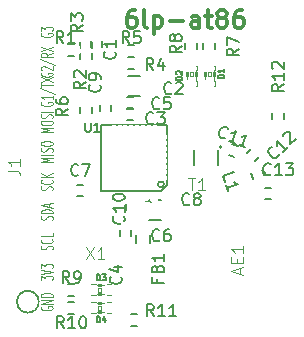
<source format=gbr>
%FSLAX46Y46*%
G04 Gerber Fmt 4.6, Leading zero omitted, Abs format (unit mm)*
G04 Created by KiCad (PCBNEW (2014-08-29 BZR 5106)-product) date Mon 20 Oct 2014 02:43:02 PM PDT*
%MOMM*%
G01*
G04 APERTURE LIST*
%ADD10C,0.100000*%
%ADD11C,0.300000*%
%ADD12C,0.150000*%
%ADD13C,0.066040*%
%ADD14C,0.101600*%
%ADD15C,0.127000*%
%ADD16C,0.152400*%
%ADD17R,0.552400X0.752400*%
%ADD18R,0.949960X0.949960*%
%ADD19R,2.252400X1.402400*%
%ADD20R,0.752400X0.652400*%
%ADD21R,0.752400X0.552400*%
%ADD22R,0.502400X1.152400*%
%ADD23R,0.652400X0.752400*%
%ADD24R,1.152400X1.402400*%
%ADD25R,0.902400X0.952400*%
%ADD26R,0.751840X0.401320*%
%ADD27R,0.401320X0.751840*%
%ADD28R,3.451860X3.451860*%
%ADD29R,1.302400X1.552400*%
%ADD30C,1.676400*%
G04 APERTURE END LIST*
D10*
D11*
X137990001Y-99762571D02*
X137704287Y-99762571D01*
X137561430Y-99834000D01*
X137490001Y-99905429D01*
X137347144Y-100119714D01*
X137275715Y-100405429D01*
X137275715Y-100976857D01*
X137347144Y-101119714D01*
X137418572Y-101191143D01*
X137561430Y-101262571D01*
X137847144Y-101262571D01*
X137990001Y-101191143D01*
X138061430Y-101119714D01*
X138132858Y-100976857D01*
X138132858Y-100619714D01*
X138061430Y-100476857D01*
X137990001Y-100405429D01*
X137847144Y-100334000D01*
X137561430Y-100334000D01*
X137418572Y-100405429D01*
X137347144Y-100476857D01*
X137275715Y-100619714D01*
X138990001Y-101262571D02*
X138847143Y-101191143D01*
X138775715Y-101048286D01*
X138775715Y-99762571D01*
X139561429Y-100262571D02*
X139561429Y-101762571D01*
X139561429Y-100334000D02*
X139704286Y-100262571D01*
X139990000Y-100262571D01*
X140132857Y-100334000D01*
X140204286Y-100405429D01*
X140275715Y-100548286D01*
X140275715Y-100976857D01*
X140204286Y-101119714D01*
X140132857Y-101191143D01*
X139990000Y-101262571D01*
X139704286Y-101262571D01*
X139561429Y-101191143D01*
X140918572Y-100691143D02*
X142061429Y-100691143D01*
X143418572Y-101262571D02*
X143418572Y-100476857D01*
X143347143Y-100334000D01*
X143204286Y-100262571D01*
X142918572Y-100262571D01*
X142775715Y-100334000D01*
X143418572Y-101191143D02*
X143275715Y-101262571D01*
X142918572Y-101262571D01*
X142775715Y-101191143D01*
X142704286Y-101048286D01*
X142704286Y-100905429D01*
X142775715Y-100762571D01*
X142918572Y-100691143D01*
X143275715Y-100691143D01*
X143418572Y-100619714D01*
X143918572Y-100262571D02*
X144490001Y-100262571D01*
X144132858Y-99762571D02*
X144132858Y-101048286D01*
X144204286Y-101191143D01*
X144347144Y-101262571D01*
X144490001Y-101262571D01*
X145204287Y-100405429D02*
X145061429Y-100334000D01*
X144990001Y-100262571D01*
X144918572Y-100119714D01*
X144918572Y-100048286D01*
X144990001Y-99905429D01*
X145061429Y-99834000D01*
X145204287Y-99762571D01*
X145490001Y-99762571D01*
X145632858Y-99834000D01*
X145704287Y-99905429D01*
X145775715Y-100048286D01*
X145775715Y-100119714D01*
X145704287Y-100262571D01*
X145632858Y-100334000D01*
X145490001Y-100405429D01*
X145204287Y-100405429D01*
X145061429Y-100476857D01*
X144990001Y-100548286D01*
X144918572Y-100691143D01*
X144918572Y-100976857D01*
X144990001Y-101119714D01*
X145061429Y-101191143D01*
X145204287Y-101262571D01*
X145490001Y-101262571D01*
X145632858Y-101191143D01*
X145704287Y-101119714D01*
X145775715Y-100976857D01*
X145775715Y-100691143D01*
X145704287Y-100548286D01*
X145632858Y-100476857D01*
X145490001Y-100405429D01*
X147061429Y-99762571D02*
X146775715Y-99762571D01*
X146632858Y-99834000D01*
X146561429Y-99905429D01*
X146418572Y-100119714D01*
X146347143Y-100405429D01*
X146347143Y-100976857D01*
X146418572Y-101119714D01*
X146490000Y-101191143D01*
X146632858Y-101262571D01*
X146918572Y-101262571D01*
X147061429Y-101191143D01*
X147132858Y-101119714D01*
X147204286Y-100976857D01*
X147204286Y-100619714D01*
X147132858Y-100476857D01*
X147061429Y-100405429D01*
X146918572Y-100334000D01*
X146632858Y-100334000D01*
X146490000Y-100405429D01*
X146418572Y-100476857D01*
X146347143Y-100619714D01*
D12*
X137418000Y-103776000D02*
X137918000Y-103776000D01*
X137918000Y-102726000D02*
X137418000Y-102726000D01*
D13*
X143820932Y-104872386D02*
X144720092Y-104872386D01*
X144720092Y-104872386D02*
X144720092Y-104473606D01*
X143820932Y-104473606D02*
X144720092Y-104473606D01*
X143820932Y-104872386D02*
X143820932Y-104473606D01*
X143820932Y-106170326D02*
X144720092Y-106170326D01*
X144720092Y-106170326D02*
X144720092Y-105771546D01*
X143820932Y-105771546D02*
X144720092Y-105771546D01*
X143820932Y-106170326D02*
X143820932Y-105771546D01*
X143820932Y-105321966D02*
X143970792Y-105321966D01*
X143970792Y-105321966D02*
X143970792Y-105022246D01*
X143820932Y-105022246D02*
X143970792Y-105022246D01*
X143820932Y-105321966D02*
X143820932Y-105022246D01*
X144570232Y-105321966D02*
X144720092Y-105321966D01*
X144720092Y-105321966D02*
X144720092Y-105022246D01*
X144570232Y-105022246D02*
X144720092Y-105022246D01*
X144570232Y-105321966D02*
X144570232Y-105022246D01*
X144120652Y-105321966D02*
X144420372Y-105321966D01*
X144420372Y-105321966D02*
X144420372Y-105022246D01*
X144120652Y-105022246D02*
X144420372Y-105022246D01*
X144120652Y-105321966D02*
X144120652Y-105022246D01*
D14*
X143871732Y-104872386D02*
X143871732Y-105771546D01*
X144669292Y-104872386D02*
X144669292Y-105771546D01*
D12*
X146701383Y-111272151D02*
X146231536Y-111101141D01*
X145906617Y-111993849D02*
X146376464Y-112164859D01*
X147795901Y-111501348D02*
X147442348Y-111854901D01*
X148114099Y-112526652D02*
X148467652Y-112173099D01*
X149475000Y-114841000D02*
X148975000Y-114841000D01*
X148975000Y-115791000D02*
X149475000Y-115791000D01*
D13*
X142296932Y-104872386D02*
X143196092Y-104872386D01*
X143196092Y-104872386D02*
X143196092Y-104473606D01*
X142296932Y-104473606D02*
X143196092Y-104473606D01*
X142296932Y-104872386D02*
X142296932Y-104473606D01*
X142296932Y-106170326D02*
X143196092Y-106170326D01*
X143196092Y-106170326D02*
X143196092Y-105771546D01*
X142296932Y-105771546D02*
X143196092Y-105771546D01*
X142296932Y-106170326D02*
X142296932Y-105771546D01*
X142296932Y-105321966D02*
X142446792Y-105321966D01*
X142446792Y-105321966D02*
X142446792Y-105022246D01*
X142296932Y-105022246D02*
X142446792Y-105022246D01*
X142296932Y-105321966D02*
X142296932Y-105022246D01*
X143046232Y-105321966D02*
X143196092Y-105321966D01*
X143196092Y-105321966D02*
X143196092Y-105022246D01*
X143046232Y-105022246D02*
X143196092Y-105022246D01*
X143046232Y-105321966D02*
X143046232Y-105022246D01*
X142596652Y-105321966D02*
X142896372Y-105321966D01*
X142896372Y-105321966D02*
X142896372Y-105022246D01*
X142596652Y-105022246D02*
X142896372Y-105022246D01*
X142596652Y-105321966D02*
X142596652Y-105022246D01*
D14*
X142347732Y-104872386D02*
X142347732Y-105771546D01*
X143145292Y-104872386D02*
X143145292Y-105771546D01*
D13*
X134678420Y-123893580D02*
X134678420Y-122994420D01*
X134678420Y-122994420D02*
X134279640Y-122994420D01*
X134279640Y-123893580D02*
X134279640Y-122994420D01*
X134678420Y-123893580D02*
X134279640Y-123893580D01*
X135976360Y-123893580D02*
X135976360Y-122994420D01*
X135976360Y-122994420D02*
X135577580Y-122994420D01*
X135577580Y-123893580D02*
X135577580Y-122994420D01*
X135976360Y-123893580D02*
X135577580Y-123893580D01*
X135128000Y-123893580D02*
X135128000Y-123743720D01*
X135128000Y-123743720D02*
X134828280Y-123743720D01*
X134828280Y-123893580D02*
X134828280Y-123743720D01*
X135128000Y-123893580D02*
X134828280Y-123893580D01*
X135128000Y-123144280D02*
X135128000Y-122994420D01*
X135128000Y-122994420D02*
X134828280Y-122994420D01*
X134828280Y-123144280D02*
X134828280Y-122994420D01*
X135128000Y-123144280D02*
X134828280Y-123144280D01*
X135128000Y-123593860D02*
X135128000Y-123294140D01*
X135128000Y-123294140D02*
X134828280Y-123294140D01*
X134828280Y-123593860D02*
X134828280Y-123294140D01*
X135128000Y-123593860D02*
X134828280Y-123593860D01*
D14*
X134678420Y-123842780D02*
X135577580Y-123842780D01*
X134678420Y-123045220D02*
X135577580Y-123045220D01*
D13*
X134678420Y-125417580D02*
X134678420Y-124518420D01*
X134678420Y-124518420D02*
X134279640Y-124518420D01*
X134279640Y-125417580D02*
X134279640Y-124518420D01*
X134678420Y-125417580D02*
X134279640Y-125417580D01*
X135976360Y-125417580D02*
X135976360Y-124518420D01*
X135976360Y-124518420D02*
X135577580Y-124518420D01*
X135577580Y-125417580D02*
X135577580Y-124518420D01*
X135976360Y-125417580D02*
X135577580Y-125417580D01*
X135128000Y-125417580D02*
X135128000Y-125267720D01*
X135128000Y-125267720D02*
X134828280Y-125267720D01*
X134828280Y-125417580D02*
X134828280Y-125267720D01*
X135128000Y-125417580D02*
X134828280Y-125417580D01*
X135128000Y-124668280D02*
X135128000Y-124518420D01*
X135128000Y-124518420D02*
X134828280Y-124518420D01*
X134828280Y-124668280D02*
X134828280Y-124518420D01*
X135128000Y-124668280D02*
X134828280Y-124668280D01*
X135128000Y-125117860D02*
X135128000Y-124818140D01*
X135128000Y-124818140D02*
X134828280Y-124818140D01*
X134828280Y-125117860D02*
X134828280Y-124818140D01*
X135128000Y-125117860D02*
X134828280Y-125117860D01*
D14*
X134678420Y-125366780D02*
X135577580Y-125366780D01*
X134678420Y-124569220D02*
X135577580Y-124569220D01*
D12*
X147804141Y-113592536D02*
X147975151Y-114062383D01*
X148867859Y-113737464D02*
X148696849Y-113267617D01*
X143745512Y-102531966D02*
X143745512Y-103031966D01*
X144795512Y-103031966D02*
X144795512Y-102531966D01*
X142221512Y-102531966D02*
X142221512Y-103031966D01*
X143271512Y-103031966D02*
X143271512Y-102531966D01*
X132338000Y-123969000D02*
X132838000Y-123969000D01*
X132838000Y-122919000D02*
X132338000Y-122919000D01*
X132338000Y-125493000D02*
X132838000Y-125493000D01*
X132838000Y-124443000D02*
X132338000Y-124443000D01*
X145318000Y-111368000D02*
G75*
G03X145318000Y-111368000I-100000J0D01*
G74*
G01*
X143018000Y-111618000D02*
X143018000Y-112918000D01*
X145018000Y-111618000D02*
X145018000Y-112918000D01*
X134272000Y-102366000D02*
X134272000Y-102866000D01*
X135222000Y-102866000D02*
X135222000Y-102366000D01*
X138422000Y-105322000D02*
X137422000Y-105322000D01*
X137422000Y-107022000D02*
X138422000Y-107022000D01*
X137791000Y-108110000D02*
X137291000Y-108110000D01*
X137291000Y-109060000D02*
X137791000Y-109060000D01*
X136685000Y-118368000D02*
X136685000Y-118868000D01*
X137635000Y-118868000D02*
X137635000Y-118368000D01*
X137791000Y-107094000D02*
X137291000Y-107094000D01*
X137291000Y-108044000D02*
X137791000Y-108044000D01*
X140200000Y-115863000D02*
X139200000Y-115863000D01*
X139200000Y-117563000D02*
X140200000Y-117563000D01*
X133600000Y-114587000D02*
X133100000Y-114587000D01*
X133100000Y-115537000D02*
X133600000Y-115537000D01*
X139315000Y-115095000D02*
X138815000Y-115095000D01*
X138815000Y-116045000D02*
X139315000Y-116045000D01*
X135034000Y-107827000D02*
X135034000Y-108327000D01*
X135984000Y-108327000D02*
X135984000Y-107827000D01*
X138143000Y-116709000D02*
X138143000Y-116209000D01*
X137193000Y-116209000D02*
X137193000Y-116709000D01*
X138084000Y-119476000D02*
X138084000Y-118776000D01*
X139284000Y-118776000D02*
X139284000Y-119476000D01*
X132838000Y-102599000D02*
X132338000Y-102599000D01*
X132338000Y-103649000D02*
X132838000Y-103649000D01*
X133333000Y-103382000D02*
X133333000Y-103882000D01*
X134383000Y-103882000D02*
X134383000Y-103382000D01*
X133333000Y-102493000D02*
X133333000Y-102993000D01*
X134383000Y-102993000D02*
X134383000Y-102493000D01*
X137418000Y-104792000D02*
X137918000Y-104792000D01*
X137918000Y-103742000D02*
X137418000Y-103742000D01*
X133333000Y-107954000D02*
X133333000Y-108454000D01*
X134383000Y-108454000D02*
X134383000Y-107954000D01*
D15*
X135128000Y-109474000D02*
X140716000Y-109474000D01*
X140716000Y-109474000D02*
X140716000Y-109601000D01*
X140208000Y-115062000D02*
X135128000Y-115062000D01*
X135128000Y-115062000D02*
X135128000Y-109474000D01*
X140716000Y-109601000D02*
X140716000Y-114554000D01*
X140716000Y-114554000D02*
X140208000Y-115062000D01*
D16*
X140426440Y-114520980D02*
G75*
G03X140426440Y-114520980I-251460J0D01*
G74*
G01*
D12*
X138172000Y-125459000D02*
X137672000Y-125459000D01*
X137672000Y-126509000D02*
X138172000Y-126509000D01*
X150639000Y-108962000D02*
X150639000Y-108462000D01*
X149589000Y-108462000D02*
X149589000Y-108962000D01*
X129820810Y-124460000D02*
G75*
G03X129820810Y-124460000I-915810J0D01*
G74*
G01*
X137501334Y-102560381D02*
X137168000Y-102084190D01*
X136929905Y-102560381D02*
X136929905Y-101560381D01*
X137310858Y-101560381D01*
X137406096Y-101608000D01*
X137453715Y-101655619D01*
X137501334Y-101750857D01*
X137501334Y-101893714D01*
X137453715Y-101988952D01*
X137406096Y-102036571D01*
X137310858Y-102084190D01*
X136929905Y-102084190D01*
X138406096Y-101560381D02*
X137929905Y-101560381D01*
X137882286Y-102036571D01*
X137929905Y-101988952D01*
X138025143Y-101941333D01*
X138263239Y-101941333D01*
X138358477Y-101988952D01*
X138406096Y-102036571D01*
X138453715Y-102131810D01*
X138453715Y-102369905D01*
X138406096Y-102465143D01*
X138358477Y-102512762D01*
X138263239Y-102560381D01*
X138025143Y-102560381D01*
X137929905Y-102512762D01*
X137882286Y-102465143D01*
D15*
X145517810Y-105530953D02*
X145009810Y-105530953D01*
X145009810Y-105410000D01*
X145034000Y-105337429D01*
X145082381Y-105289048D01*
X145130762Y-105264857D01*
X145227524Y-105240667D01*
X145300095Y-105240667D01*
X145396857Y-105264857D01*
X145445238Y-105289048D01*
X145493619Y-105337429D01*
X145517810Y-105410000D01*
X145517810Y-105530953D01*
X145517810Y-104756857D02*
X145517810Y-105047143D01*
X145517810Y-104902000D02*
X145009810Y-104902000D01*
X145082381Y-104950381D01*
X145130762Y-104998762D01*
X145154952Y-105047143D01*
D10*
X146851667Y-122070667D02*
X146851667Y-121594476D01*
X147137381Y-122165905D02*
X146137381Y-121832572D01*
X147137381Y-121499238D01*
X146613571Y-121165905D02*
X146613571Y-120832571D01*
X147137381Y-120689714D02*
X147137381Y-121165905D01*
X146137381Y-121165905D01*
X146137381Y-120689714D01*
X147137381Y-119737333D02*
X147137381Y-120308762D01*
X147137381Y-120023048D02*
X146137381Y-120023048D01*
X146280238Y-120118286D01*
X146375476Y-120213524D01*
X146423095Y-120308762D01*
D12*
X145577762Y-110605735D02*
X145516728Y-110634195D01*
X145366200Y-110630082D01*
X145276705Y-110597509D01*
X145158749Y-110503902D01*
X145101828Y-110381834D01*
X145089654Y-110276053D01*
X145110054Y-110080777D01*
X145158914Y-109946535D01*
X145268808Y-109783832D01*
X145346128Y-109710625D01*
X145468196Y-109653703D01*
X145618725Y-109657816D01*
X145708220Y-109690390D01*
X145826175Y-109783997D01*
X145854635Y-109845031D01*
X146440134Y-111020963D02*
X145903166Y-110825522D01*
X146171650Y-110923242D02*
X146513670Y-109983550D01*
X146375315Y-110085218D01*
X146253248Y-110142139D01*
X146147467Y-110154313D01*
X147335079Y-111346696D02*
X146798112Y-111151256D01*
X147066595Y-111248976D02*
X147408615Y-110309283D01*
X147270261Y-110410951D01*
X147148193Y-110467873D01*
X147042412Y-110480047D01*
X150165970Y-111959107D02*
X150165970Y-112026450D01*
X150098626Y-112161137D01*
X150031283Y-112228481D01*
X149896595Y-112295825D01*
X149761908Y-112295825D01*
X149660893Y-112262153D01*
X149492535Y-112161138D01*
X149391519Y-112060122D01*
X149290504Y-111891763D01*
X149256832Y-111790748D01*
X149256832Y-111656061D01*
X149324176Y-111521374D01*
X149391519Y-111454030D01*
X149526206Y-111386687D01*
X149593550Y-111386687D01*
X150906748Y-111353015D02*
X150502687Y-111757076D01*
X150704717Y-111555046D02*
X149997610Y-110847939D01*
X150031282Y-111016298D01*
X150031282Y-111150985D01*
X149997610Y-111252000D01*
X150536359Y-110443878D02*
X150536359Y-110376535D01*
X150570030Y-110275519D01*
X150738390Y-110107160D01*
X150839405Y-110073488D01*
X150906748Y-110073488D01*
X151007763Y-110107160D01*
X151075107Y-110174504D01*
X151142450Y-110309190D01*
X151142450Y-111117313D01*
X151580183Y-110679580D01*
X149471143Y-113641143D02*
X149423524Y-113688762D01*
X149280667Y-113736381D01*
X149185429Y-113736381D01*
X149042571Y-113688762D01*
X148947333Y-113593524D01*
X148899714Y-113498286D01*
X148852095Y-113307810D01*
X148852095Y-113164952D01*
X148899714Y-112974476D01*
X148947333Y-112879238D01*
X149042571Y-112784000D01*
X149185429Y-112736381D01*
X149280667Y-112736381D01*
X149423524Y-112784000D01*
X149471143Y-112831619D01*
X150423524Y-113736381D02*
X149852095Y-113736381D01*
X150137809Y-113736381D02*
X150137809Y-112736381D01*
X150042571Y-112879238D01*
X149947333Y-112974476D01*
X149852095Y-113022095D01*
X150756857Y-112736381D02*
X151375905Y-112736381D01*
X151042571Y-113117333D01*
X151185429Y-113117333D01*
X151280667Y-113164952D01*
X151328286Y-113212571D01*
X151375905Y-113307810D01*
X151375905Y-113545905D01*
X151328286Y-113641143D01*
X151280667Y-113688762D01*
X151185429Y-113736381D01*
X150899714Y-113736381D01*
X150804476Y-113688762D01*
X150756857Y-113641143D01*
D15*
X141960322Y-105696919D02*
X141452322Y-105696919D01*
X141452322Y-105575966D01*
X141476512Y-105503395D01*
X141524893Y-105455014D01*
X141573274Y-105430823D01*
X141670036Y-105406633D01*
X141742607Y-105406633D01*
X141839369Y-105430823D01*
X141887750Y-105455014D01*
X141936131Y-105503395D01*
X141960322Y-105575966D01*
X141960322Y-105696919D01*
X141500702Y-105213109D02*
X141476512Y-105188919D01*
X141452322Y-105140538D01*
X141452322Y-105019585D01*
X141476512Y-104971204D01*
X141500702Y-104947014D01*
X141549083Y-104922823D01*
X141597464Y-104922823D01*
X141670036Y-104947014D01*
X141960322Y-105237300D01*
X141960322Y-104922823D01*
X134753047Y-122657810D02*
X134753047Y-122149810D01*
X134874000Y-122149810D01*
X134946571Y-122174000D01*
X134994952Y-122222381D01*
X135019143Y-122270762D01*
X135043333Y-122367524D01*
X135043333Y-122440095D01*
X135019143Y-122536857D01*
X134994952Y-122585238D01*
X134946571Y-122633619D01*
X134874000Y-122657810D01*
X134753047Y-122657810D01*
X135212666Y-122149810D02*
X135527143Y-122149810D01*
X135357809Y-122343333D01*
X135430381Y-122343333D01*
X135478762Y-122367524D01*
X135502952Y-122391714D01*
X135527143Y-122440095D01*
X135527143Y-122561048D01*
X135502952Y-122609429D01*
X135478762Y-122633619D01*
X135430381Y-122657810D01*
X135285238Y-122657810D01*
X135236857Y-122633619D01*
X135212666Y-122609429D01*
X134753047Y-126213810D02*
X134753047Y-125705810D01*
X134874000Y-125705810D01*
X134946571Y-125730000D01*
X134994952Y-125778381D01*
X135019143Y-125826762D01*
X135043333Y-125923524D01*
X135043333Y-125996095D01*
X135019143Y-126092857D01*
X134994952Y-126141238D01*
X134946571Y-126189619D01*
X134874000Y-126213810D01*
X134753047Y-126213810D01*
X135478762Y-125875143D02*
X135478762Y-126213810D01*
X135357809Y-125681619D02*
X135236857Y-126044476D01*
X135551333Y-126044476D01*
D12*
X145567898Y-114298109D02*
X145405031Y-113850635D01*
X146344723Y-113508615D01*
X145861058Y-115103560D02*
X145665618Y-114566592D01*
X145763338Y-114835075D02*
X146703030Y-114493055D01*
X146536215Y-114452421D01*
X146414148Y-114395500D01*
X146336827Y-114322292D01*
X146756381Y-103036666D02*
X146280190Y-103370000D01*
X146756381Y-103608095D02*
X145756381Y-103608095D01*
X145756381Y-103227142D01*
X145804000Y-103131904D01*
X145851619Y-103084285D01*
X145946857Y-103036666D01*
X146089714Y-103036666D01*
X146184952Y-103084285D01*
X146232571Y-103131904D01*
X146280190Y-103227142D01*
X146280190Y-103608095D01*
X145756381Y-102703333D02*
X145756381Y-102036666D01*
X146756381Y-102465238D01*
X141930381Y-102782666D02*
X141454190Y-103116000D01*
X141930381Y-103354095D02*
X140930381Y-103354095D01*
X140930381Y-102973142D01*
X140978000Y-102877904D01*
X141025619Y-102830285D01*
X141120857Y-102782666D01*
X141263714Y-102782666D01*
X141358952Y-102830285D01*
X141406571Y-102877904D01*
X141454190Y-102973142D01*
X141454190Y-103354095D01*
X141358952Y-102211238D02*
X141311333Y-102306476D01*
X141263714Y-102354095D01*
X141168476Y-102401714D01*
X141120857Y-102401714D01*
X141025619Y-102354095D01*
X140978000Y-102306476D01*
X140930381Y-102211238D01*
X140930381Y-102020761D01*
X140978000Y-101925523D01*
X141025619Y-101877904D01*
X141120857Y-101830285D01*
X141168476Y-101830285D01*
X141263714Y-101877904D01*
X141311333Y-101925523D01*
X141358952Y-102020761D01*
X141358952Y-102211238D01*
X141406571Y-102306476D01*
X141454190Y-102354095D01*
X141549429Y-102401714D01*
X141739905Y-102401714D01*
X141835143Y-102354095D01*
X141882762Y-102306476D01*
X141930381Y-102211238D01*
X141930381Y-102020761D01*
X141882762Y-101925523D01*
X141835143Y-101877904D01*
X141739905Y-101830285D01*
X141549429Y-101830285D01*
X141454190Y-101877904D01*
X141406571Y-101925523D01*
X141358952Y-102020761D01*
X132421334Y-122880381D02*
X132088000Y-122404190D01*
X131849905Y-122880381D02*
X131849905Y-121880381D01*
X132230858Y-121880381D01*
X132326096Y-121928000D01*
X132373715Y-121975619D01*
X132421334Y-122070857D01*
X132421334Y-122213714D01*
X132373715Y-122308952D01*
X132326096Y-122356571D01*
X132230858Y-122404190D01*
X131849905Y-122404190D01*
X132897524Y-122880381D02*
X133088000Y-122880381D01*
X133183239Y-122832762D01*
X133230858Y-122785143D01*
X133326096Y-122642286D01*
X133373715Y-122451810D01*
X133373715Y-122070857D01*
X133326096Y-121975619D01*
X133278477Y-121928000D01*
X133183239Y-121880381D01*
X132992762Y-121880381D01*
X132897524Y-121928000D01*
X132849905Y-121975619D01*
X132802286Y-122070857D01*
X132802286Y-122308952D01*
X132849905Y-122404190D01*
X132897524Y-122451810D01*
X132992762Y-122499429D01*
X133183239Y-122499429D01*
X133278477Y-122451810D01*
X133326096Y-122404190D01*
X133373715Y-122308952D01*
X131945143Y-126690381D02*
X131611809Y-126214190D01*
X131373714Y-126690381D02*
X131373714Y-125690381D01*
X131754667Y-125690381D01*
X131849905Y-125738000D01*
X131897524Y-125785619D01*
X131945143Y-125880857D01*
X131945143Y-126023714D01*
X131897524Y-126118952D01*
X131849905Y-126166571D01*
X131754667Y-126214190D01*
X131373714Y-126214190D01*
X132897524Y-126690381D02*
X132326095Y-126690381D01*
X132611809Y-126690381D02*
X132611809Y-125690381D01*
X132516571Y-125833238D01*
X132421333Y-125928476D01*
X132326095Y-125976095D01*
X133516571Y-125690381D02*
X133611810Y-125690381D01*
X133707048Y-125738000D01*
X133754667Y-125785619D01*
X133802286Y-125880857D01*
X133849905Y-126071333D01*
X133849905Y-126309429D01*
X133802286Y-126499905D01*
X133754667Y-126595143D01*
X133707048Y-126642762D01*
X133611810Y-126690381D01*
X133516571Y-126690381D01*
X133421333Y-126642762D01*
X133373714Y-126595143D01*
X133326095Y-126499905D01*
X133278476Y-126309429D01*
X133278476Y-126071333D01*
X133326095Y-125880857D01*
X133373714Y-125785619D01*
X133421333Y-125738000D01*
X133516571Y-125690381D01*
D10*
X142494095Y-114006381D02*
X143065524Y-114006381D01*
X142779809Y-115006381D02*
X142779809Y-114006381D01*
X143922667Y-115006381D02*
X143351238Y-115006381D01*
X143636952Y-115006381D02*
X143636952Y-114006381D01*
X143541714Y-114149238D01*
X143446476Y-114244476D01*
X143351238Y-114292095D01*
D12*
X136247143Y-103290666D02*
X136294762Y-103338285D01*
X136342381Y-103481142D01*
X136342381Y-103576380D01*
X136294762Y-103719238D01*
X136199524Y-103814476D01*
X136104286Y-103862095D01*
X135913810Y-103909714D01*
X135770952Y-103909714D01*
X135580476Y-103862095D01*
X135485238Y-103814476D01*
X135390000Y-103719238D01*
X135342381Y-103576380D01*
X135342381Y-103481142D01*
X135390000Y-103338285D01*
X135437619Y-103290666D01*
X136342381Y-102338285D02*
X136342381Y-102909714D01*
X136342381Y-102624000D02*
X135342381Y-102624000D01*
X135485238Y-102719238D01*
X135580476Y-102814476D01*
X135628095Y-102909714D01*
X141057334Y-106783143D02*
X141009715Y-106830762D01*
X140866858Y-106878381D01*
X140771620Y-106878381D01*
X140628762Y-106830762D01*
X140533524Y-106735524D01*
X140485905Y-106640286D01*
X140438286Y-106449810D01*
X140438286Y-106306952D01*
X140485905Y-106116476D01*
X140533524Y-106021238D01*
X140628762Y-105926000D01*
X140771620Y-105878381D01*
X140866858Y-105878381D01*
X141009715Y-105926000D01*
X141057334Y-105973619D01*
X141438286Y-105973619D02*
X141485905Y-105926000D01*
X141581143Y-105878381D01*
X141819239Y-105878381D01*
X141914477Y-105926000D01*
X141962096Y-105973619D01*
X142009715Y-106068857D01*
X142009715Y-106164095D01*
X141962096Y-106306952D01*
X141390667Y-106878381D01*
X142009715Y-106878381D01*
X139533334Y-109323143D02*
X139485715Y-109370762D01*
X139342858Y-109418381D01*
X139247620Y-109418381D01*
X139104762Y-109370762D01*
X139009524Y-109275524D01*
X138961905Y-109180286D01*
X138914286Y-108989810D01*
X138914286Y-108846952D01*
X138961905Y-108656476D01*
X139009524Y-108561238D01*
X139104762Y-108466000D01*
X139247620Y-108418381D01*
X139342858Y-108418381D01*
X139485715Y-108466000D01*
X139533334Y-108513619D01*
X139866667Y-108418381D02*
X140485715Y-108418381D01*
X140152381Y-108799333D01*
X140295239Y-108799333D01*
X140390477Y-108846952D01*
X140438096Y-108894571D01*
X140485715Y-108989810D01*
X140485715Y-109227905D01*
X140438096Y-109323143D01*
X140390477Y-109370762D01*
X140295239Y-109418381D01*
X140009524Y-109418381D01*
X139914286Y-109370762D01*
X139866667Y-109323143D01*
X136755143Y-122340666D02*
X136802762Y-122388285D01*
X136850381Y-122531142D01*
X136850381Y-122626380D01*
X136802762Y-122769238D01*
X136707524Y-122864476D01*
X136612286Y-122912095D01*
X136421810Y-122959714D01*
X136278952Y-122959714D01*
X136088476Y-122912095D01*
X135993238Y-122864476D01*
X135898000Y-122769238D01*
X135850381Y-122626380D01*
X135850381Y-122531142D01*
X135898000Y-122388285D01*
X135945619Y-122340666D01*
X136183714Y-121483523D02*
X136850381Y-121483523D01*
X135802762Y-121721619D02*
X136517048Y-121959714D01*
X136517048Y-121340666D01*
X140041334Y-108053143D02*
X139993715Y-108100762D01*
X139850858Y-108148381D01*
X139755620Y-108148381D01*
X139612762Y-108100762D01*
X139517524Y-108005524D01*
X139469905Y-107910286D01*
X139422286Y-107719810D01*
X139422286Y-107576952D01*
X139469905Y-107386476D01*
X139517524Y-107291238D01*
X139612762Y-107196000D01*
X139755620Y-107148381D01*
X139850858Y-107148381D01*
X139993715Y-107196000D01*
X140041334Y-107243619D01*
X140946096Y-107148381D02*
X140469905Y-107148381D01*
X140422286Y-107624571D01*
X140469905Y-107576952D01*
X140565143Y-107529333D01*
X140803239Y-107529333D01*
X140898477Y-107576952D01*
X140946096Y-107624571D01*
X140993715Y-107719810D01*
X140993715Y-107957905D01*
X140946096Y-108053143D01*
X140898477Y-108100762D01*
X140803239Y-108148381D01*
X140565143Y-108148381D01*
X140469905Y-108100762D01*
X140422286Y-108053143D01*
X140041334Y-119229143D02*
X139993715Y-119276762D01*
X139850858Y-119324381D01*
X139755620Y-119324381D01*
X139612762Y-119276762D01*
X139517524Y-119181524D01*
X139469905Y-119086286D01*
X139422286Y-118895810D01*
X139422286Y-118752952D01*
X139469905Y-118562476D01*
X139517524Y-118467238D01*
X139612762Y-118372000D01*
X139755620Y-118324381D01*
X139850858Y-118324381D01*
X139993715Y-118372000D01*
X140041334Y-118419619D01*
X140898477Y-118324381D02*
X140708000Y-118324381D01*
X140612762Y-118372000D01*
X140565143Y-118419619D01*
X140469905Y-118562476D01*
X140422286Y-118752952D01*
X140422286Y-119133905D01*
X140469905Y-119229143D01*
X140517524Y-119276762D01*
X140612762Y-119324381D01*
X140803239Y-119324381D01*
X140898477Y-119276762D01*
X140946096Y-119229143D01*
X140993715Y-119133905D01*
X140993715Y-118895810D01*
X140946096Y-118800571D01*
X140898477Y-118752952D01*
X140803239Y-118705333D01*
X140612762Y-118705333D01*
X140517524Y-118752952D01*
X140469905Y-118800571D01*
X140422286Y-118895810D01*
X133183334Y-113719143D02*
X133135715Y-113766762D01*
X132992858Y-113814381D01*
X132897620Y-113814381D01*
X132754762Y-113766762D01*
X132659524Y-113671524D01*
X132611905Y-113576286D01*
X132564286Y-113385810D01*
X132564286Y-113242952D01*
X132611905Y-113052476D01*
X132659524Y-112957238D01*
X132754762Y-112862000D01*
X132897620Y-112814381D01*
X132992858Y-112814381D01*
X133135715Y-112862000D01*
X133183334Y-112909619D01*
X133516667Y-112814381D02*
X134183334Y-112814381D01*
X133754762Y-113814381D01*
X142581334Y-116181143D02*
X142533715Y-116228762D01*
X142390858Y-116276381D01*
X142295620Y-116276381D01*
X142152762Y-116228762D01*
X142057524Y-116133524D01*
X142009905Y-116038286D01*
X141962286Y-115847810D01*
X141962286Y-115704952D01*
X142009905Y-115514476D01*
X142057524Y-115419238D01*
X142152762Y-115324000D01*
X142295620Y-115276381D01*
X142390858Y-115276381D01*
X142533715Y-115324000D01*
X142581334Y-115371619D01*
X143152762Y-115704952D02*
X143057524Y-115657333D01*
X143009905Y-115609714D01*
X142962286Y-115514476D01*
X142962286Y-115466857D01*
X143009905Y-115371619D01*
X143057524Y-115324000D01*
X143152762Y-115276381D01*
X143343239Y-115276381D01*
X143438477Y-115324000D01*
X143486096Y-115371619D01*
X143533715Y-115466857D01*
X143533715Y-115514476D01*
X143486096Y-115609714D01*
X143438477Y-115657333D01*
X143343239Y-115704952D01*
X143152762Y-115704952D01*
X143057524Y-115752571D01*
X143009905Y-115800190D01*
X142962286Y-115895429D01*
X142962286Y-116085905D01*
X143009905Y-116181143D01*
X143057524Y-116228762D01*
X143152762Y-116276381D01*
X143343239Y-116276381D01*
X143438477Y-116228762D01*
X143486096Y-116181143D01*
X143533715Y-116085905D01*
X143533715Y-115895429D01*
X143486096Y-115800190D01*
X143438477Y-115752571D01*
X143343239Y-115704952D01*
X134977143Y-106084666D02*
X135024762Y-106132285D01*
X135072381Y-106275142D01*
X135072381Y-106370380D01*
X135024762Y-106513238D01*
X134929524Y-106608476D01*
X134834286Y-106656095D01*
X134643810Y-106703714D01*
X134500952Y-106703714D01*
X134310476Y-106656095D01*
X134215238Y-106608476D01*
X134120000Y-106513238D01*
X134072381Y-106370380D01*
X134072381Y-106275142D01*
X134120000Y-106132285D01*
X134167619Y-106084666D01*
X135072381Y-105608476D02*
X135072381Y-105418000D01*
X135024762Y-105322761D01*
X134977143Y-105275142D01*
X134834286Y-105179904D01*
X134643810Y-105132285D01*
X134262857Y-105132285D01*
X134167619Y-105179904D01*
X134120000Y-105227523D01*
X134072381Y-105322761D01*
X134072381Y-105513238D01*
X134120000Y-105608476D01*
X134167619Y-105656095D01*
X134262857Y-105703714D01*
X134500952Y-105703714D01*
X134596190Y-105656095D01*
X134643810Y-105608476D01*
X134691429Y-105513238D01*
X134691429Y-105322761D01*
X134643810Y-105227523D01*
X134596190Y-105179904D01*
X134500952Y-105132285D01*
X137009143Y-117228857D02*
X137056762Y-117276476D01*
X137104381Y-117419333D01*
X137104381Y-117514571D01*
X137056762Y-117657429D01*
X136961524Y-117752667D01*
X136866286Y-117800286D01*
X136675810Y-117847905D01*
X136532952Y-117847905D01*
X136342476Y-117800286D01*
X136247238Y-117752667D01*
X136152000Y-117657429D01*
X136104381Y-117514571D01*
X136104381Y-117419333D01*
X136152000Y-117276476D01*
X136199619Y-117228857D01*
X137104381Y-116276476D02*
X137104381Y-116847905D01*
X137104381Y-116562191D02*
X136104381Y-116562191D01*
X136247238Y-116657429D01*
X136342476Y-116752667D01*
X136390095Y-116847905D01*
X136104381Y-115657429D02*
X136104381Y-115562190D01*
X136152000Y-115466952D01*
X136199619Y-115419333D01*
X136294857Y-115371714D01*
X136485333Y-115324095D01*
X136723429Y-115324095D01*
X136913905Y-115371714D01*
X137009143Y-115419333D01*
X137056762Y-115466952D01*
X137104381Y-115562190D01*
X137104381Y-115657429D01*
X137056762Y-115752667D01*
X137009143Y-115800286D01*
X136913905Y-115847905D01*
X136723429Y-115895524D01*
X136485333Y-115895524D01*
X136294857Y-115847905D01*
X136199619Y-115800286D01*
X136152000Y-115752667D01*
X136104381Y-115657429D01*
X139882571Y-122499333D02*
X139882571Y-122832667D01*
X140406381Y-122832667D02*
X139406381Y-122832667D01*
X139406381Y-122356476D01*
X139882571Y-121642190D02*
X139930190Y-121499333D01*
X139977810Y-121451714D01*
X140073048Y-121404095D01*
X140215905Y-121404095D01*
X140311143Y-121451714D01*
X140358762Y-121499333D01*
X140406381Y-121594571D01*
X140406381Y-121975524D01*
X139406381Y-121975524D01*
X139406381Y-121642190D01*
X139454000Y-121546952D01*
X139501619Y-121499333D01*
X139596857Y-121451714D01*
X139692095Y-121451714D01*
X139787333Y-121499333D01*
X139834952Y-121546952D01*
X139882571Y-121642190D01*
X139882571Y-121975524D01*
X140406381Y-120451714D02*
X140406381Y-121023143D01*
X140406381Y-120737429D02*
X139406381Y-120737429D01*
X139549238Y-120832667D01*
X139644476Y-120927905D01*
X139692095Y-121023143D01*
X131913334Y-102560381D02*
X131580000Y-102084190D01*
X131341905Y-102560381D02*
X131341905Y-101560381D01*
X131722858Y-101560381D01*
X131818096Y-101608000D01*
X131865715Y-101655619D01*
X131913334Y-101750857D01*
X131913334Y-101893714D01*
X131865715Y-101988952D01*
X131818096Y-102036571D01*
X131722858Y-102084190D01*
X131341905Y-102084190D01*
X132865715Y-102560381D02*
X132294286Y-102560381D01*
X132580000Y-102560381D02*
X132580000Y-101560381D01*
X132484762Y-101703238D01*
X132389524Y-101798476D01*
X132294286Y-101846095D01*
X133802381Y-105830666D02*
X133326190Y-106164000D01*
X133802381Y-106402095D02*
X132802381Y-106402095D01*
X132802381Y-106021142D01*
X132850000Y-105925904D01*
X132897619Y-105878285D01*
X132992857Y-105830666D01*
X133135714Y-105830666D01*
X133230952Y-105878285D01*
X133278571Y-105925904D01*
X133326190Y-106021142D01*
X133326190Y-106402095D01*
X132897619Y-105449714D02*
X132850000Y-105402095D01*
X132802381Y-105306857D01*
X132802381Y-105068761D01*
X132850000Y-104973523D01*
X132897619Y-104925904D01*
X132992857Y-104878285D01*
X133088095Y-104878285D01*
X133230952Y-104925904D01*
X133802381Y-105497333D01*
X133802381Y-104878285D01*
X133548381Y-101004666D02*
X133072190Y-101338000D01*
X133548381Y-101576095D02*
X132548381Y-101576095D01*
X132548381Y-101195142D01*
X132596000Y-101099904D01*
X132643619Y-101052285D01*
X132738857Y-101004666D01*
X132881714Y-101004666D01*
X132976952Y-101052285D01*
X133024571Y-101099904D01*
X133072190Y-101195142D01*
X133072190Y-101576095D01*
X132548381Y-100671333D02*
X132548381Y-100052285D01*
X132929333Y-100385619D01*
X132929333Y-100242761D01*
X132976952Y-100147523D01*
X133024571Y-100099904D01*
X133119810Y-100052285D01*
X133357905Y-100052285D01*
X133453143Y-100099904D01*
X133500762Y-100147523D01*
X133548381Y-100242761D01*
X133548381Y-100528476D01*
X133500762Y-100623714D01*
X133453143Y-100671333D01*
X139533334Y-104846381D02*
X139200000Y-104370190D01*
X138961905Y-104846381D02*
X138961905Y-103846381D01*
X139342858Y-103846381D01*
X139438096Y-103894000D01*
X139485715Y-103941619D01*
X139533334Y-104036857D01*
X139533334Y-104179714D01*
X139485715Y-104274952D01*
X139438096Y-104322571D01*
X139342858Y-104370190D01*
X138961905Y-104370190D01*
X140390477Y-104179714D02*
X140390477Y-104846381D01*
X140152381Y-103798762D02*
X139914286Y-104513048D01*
X140533334Y-104513048D01*
X132278381Y-108116666D02*
X131802190Y-108450000D01*
X132278381Y-108688095D02*
X131278381Y-108688095D01*
X131278381Y-108307142D01*
X131326000Y-108211904D01*
X131373619Y-108164285D01*
X131468857Y-108116666D01*
X131611714Y-108116666D01*
X131706952Y-108164285D01*
X131754571Y-108211904D01*
X131802190Y-108307142D01*
X131802190Y-108688095D01*
X131278381Y-107259523D02*
X131278381Y-107450000D01*
X131326000Y-107545238D01*
X131373619Y-107592857D01*
X131516476Y-107688095D01*
X131706952Y-107735714D01*
X132087905Y-107735714D01*
X132183143Y-107688095D01*
X132230762Y-107640476D01*
X132278381Y-107545238D01*
X132278381Y-107354761D01*
X132230762Y-107259523D01*
X132183143Y-107211904D01*
X132087905Y-107164285D01*
X131849810Y-107164285D01*
X131754571Y-107211904D01*
X131706952Y-107259523D01*
X131659333Y-107354761D01*
X131659333Y-107545238D01*
X131706952Y-107640476D01*
X131754571Y-107688095D01*
X131849810Y-107735714D01*
D15*
X133785429Y-109310714D02*
X133785429Y-109927571D01*
X133821714Y-110000143D01*
X133858000Y-110036429D01*
X133930571Y-110072714D01*
X134075714Y-110072714D01*
X134148286Y-110036429D01*
X134184571Y-110000143D01*
X134220857Y-109927571D01*
X134220857Y-109310714D01*
X134982857Y-110072714D02*
X134547429Y-110072714D01*
X134765143Y-110072714D02*
X134765143Y-109310714D01*
X134692572Y-109419571D01*
X134620000Y-109492143D01*
X134547429Y-109528429D01*
D10*
X133810476Y-119848381D02*
X134477143Y-120848381D01*
X134477143Y-119848381D02*
X133810476Y-120848381D01*
X135381905Y-120848381D02*
X134810476Y-120848381D01*
X135096190Y-120848381D02*
X135096190Y-119848381D01*
X135000952Y-119991238D01*
X134905714Y-120086476D01*
X134810476Y-120134095D01*
D12*
X139565143Y-125674381D02*
X139231809Y-125198190D01*
X138993714Y-125674381D02*
X138993714Y-124674381D01*
X139374667Y-124674381D01*
X139469905Y-124722000D01*
X139517524Y-124769619D01*
X139565143Y-124864857D01*
X139565143Y-125007714D01*
X139517524Y-125102952D01*
X139469905Y-125150571D01*
X139374667Y-125198190D01*
X138993714Y-125198190D01*
X140517524Y-125674381D02*
X139946095Y-125674381D01*
X140231809Y-125674381D02*
X140231809Y-124674381D01*
X140136571Y-124817238D01*
X140041333Y-124912476D01*
X139946095Y-124960095D01*
X141469905Y-125674381D02*
X140898476Y-125674381D01*
X141184190Y-125674381D02*
X141184190Y-124674381D01*
X141088952Y-124817238D01*
X140993714Y-124912476D01*
X140898476Y-124960095D01*
X150566381Y-106052857D02*
X150090190Y-106386191D01*
X150566381Y-106624286D02*
X149566381Y-106624286D01*
X149566381Y-106243333D01*
X149614000Y-106148095D01*
X149661619Y-106100476D01*
X149756857Y-106052857D01*
X149899714Y-106052857D01*
X149994952Y-106100476D01*
X150042571Y-106148095D01*
X150090190Y-106243333D01*
X150090190Y-106624286D01*
X150566381Y-105100476D02*
X150566381Y-105671905D01*
X150566381Y-105386191D02*
X149566381Y-105386191D01*
X149709238Y-105481429D01*
X149804476Y-105576667D01*
X149852095Y-105671905D01*
X149661619Y-104719524D02*
X149614000Y-104671905D01*
X149566381Y-104576667D01*
X149566381Y-104338571D01*
X149614000Y-104243333D01*
X149661619Y-104195714D01*
X149756857Y-104148095D01*
X149852095Y-104148095D01*
X149994952Y-104195714D01*
X150566381Y-104767143D01*
X150566381Y-104148095D01*
D10*
X127214381Y-113363333D02*
X127928667Y-113363333D01*
X128071524Y-113410953D01*
X128166762Y-113506191D01*
X128214381Y-113649048D01*
X128214381Y-113744286D01*
X128214381Y-112363333D02*
X128214381Y-112934762D01*
X128214381Y-112649048D02*
X127214381Y-112649048D01*
X127357238Y-112744286D01*
X127452476Y-112839524D01*
X127500095Y-112934762D01*
X130056000Y-101717857D02*
X130008381Y-101770238D01*
X130008381Y-101848810D01*
X130056000Y-101927381D01*
X130151238Y-101979762D01*
X130246476Y-102005953D01*
X130436952Y-102032143D01*
X130579810Y-102032143D01*
X130770286Y-102005953D01*
X130865524Y-101979762D01*
X130960762Y-101927381D01*
X131008381Y-101848810D01*
X131008381Y-101796429D01*
X130960762Y-101717857D01*
X130913143Y-101691667D01*
X130579810Y-101691667D01*
X130579810Y-101796429D01*
X130008381Y-101508334D02*
X130008381Y-101167857D01*
X130389333Y-101351191D01*
X130389333Y-101272619D01*
X130436952Y-101220238D01*
X130484571Y-101194048D01*
X130579810Y-101167857D01*
X130817905Y-101167857D01*
X130913143Y-101194048D01*
X130960762Y-101220238D01*
X131008381Y-101272619D01*
X131008381Y-101429762D01*
X130960762Y-101482143D01*
X130913143Y-101508334D01*
X130056000Y-105082857D02*
X130008381Y-105135238D01*
X130008381Y-105213810D01*
X130056000Y-105292381D01*
X130151238Y-105344762D01*
X130246476Y-105370953D01*
X130436952Y-105397143D01*
X130579810Y-105397143D01*
X130770286Y-105370953D01*
X130865524Y-105344762D01*
X130960762Y-105292381D01*
X131008381Y-105213810D01*
X131008381Y-105161429D01*
X130960762Y-105082857D01*
X130913143Y-105056667D01*
X130579810Y-105056667D01*
X130579810Y-105161429D01*
X130103619Y-104847143D02*
X130056000Y-104820953D01*
X130008381Y-104768572D01*
X130008381Y-104637619D01*
X130056000Y-104585238D01*
X130103619Y-104559048D01*
X130198857Y-104532857D01*
X130294095Y-104532857D01*
X130436952Y-104559048D01*
X131008381Y-104873334D01*
X131008381Y-104532857D01*
X129960762Y-103904285D02*
X131246476Y-104375714D01*
X131008381Y-103406667D02*
X130532190Y-103590000D01*
X131008381Y-103720953D02*
X130008381Y-103720953D01*
X130008381Y-103511429D01*
X130056000Y-103459048D01*
X130103619Y-103432857D01*
X130198857Y-103406667D01*
X130341714Y-103406667D01*
X130436952Y-103432857D01*
X130484571Y-103459048D01*
X130532190Y-103511429D01*
X130532190Y-103720953D01*
X130008381Y-103223334D02*
X131008381Y-102856667D01*
X130008381Y-102856667D02*
X131008381Y-103223334D01*
X130056000Y-107557381D02*
X130008381Y-107609762D01*
X130008381Y-107688334D01*
X130056000Y-107766905D01*
X130151238Y-107819286D01*
X130246476Y-107845477D01*
X130436952Y-107871667D01*
X130579810Y-107871667D01*
X130770286Y-107845477D01*
X130865524Y-107819286D01*
X130960762Y-107766905D01*
X131008381Y-107688334D01*
X131008381Y-107635953D01*
X130960762Y-107557381D01*
X130913143Y-107531191D01*
X130579810Y-107531191D01*
X130579810Y-107635953D01*
X131008381Y-107007381D02*
X131008381Y-107321667D01*
X131008381Y-107164524D02*
X130008381Y-107164524D01*
X130151238Y-107216905D01*
X130246476Y-107269286D01*
X130294095Y-107321667D01*
X129960762Y-106378809D02*
X131246476Y-106850238D01*
X130008381Y-106274048D02*
X130008381Y-105959762D01*
X131008381Y-106116905D02*
X130008381Y-106116905D01*
X130008381Y-105828810D02*
X131008381Y-105462143D01*
X130008381Y-105462143D02*
X131008381Y-105828810D01*
X131008381Y-110084286D02*
X130008381Y-110084286D01*
X130722667Y-109900952D01*
X130008381Y-109717619D01*
X131008381Y-109717619D01*
X130008381Y-109350953D02*
X130008381Y-109246191D01*
X130056000Y-109193810D01*
X130151238Y-109141429D01*
X130341714Y-109115238D01*
X130675048Y-109115238D01*
X130865524Y-109141429D01*
X130960762Y-109193810D01*
X131008381Y-109246191D01*
X131008381Y-109350953D01*
X130960762Y-109403334D01*
X130865524Y-109455715D01*
X130675048Y-109481905D01*
X130341714Y-109481905D01*
X130151238Y-109455715D01*
X130056000Y-109403334D01*
X130008381Y-109350953D01*
X130960762Y-108905715D02*
X131008381Y-108827144D01*
X131008381Y-108696191D01*
X130960762Y-108643810D01*
X130913143Y-108617620D01*
X130817905Y-108591429D01*
X130722667Y-108591429D01*
X130627429Y-108617620D01*
X130579810Y-108643810D01*
X130532190Y-108696191D01*
X130484571Y-108800953D01*
X130436952Y-108853334D01*
X130389333Y-108879525D01*
X130294095Y-108905715D01*
X130198857Y-108905715D01*
X130103619Y-108879525D01*
X130056000Y-108853334D01*
X130008381Y-108800953D01*
X130008381Y-108670001D01*
X130056000Y-108591429D01*
X131008381Y-108355715D02*
X130008381Y-108355715D01*
X131008381Y-112624286D02*
X130008381Y-112624286D01*
X130722667Y-112440952D01*
X130008381Y-112257619D01*
X131008381Y-112257619D01*
X131008381Y-111995715D02*
X130008381Y-111995715D01*
X130960762Y-111760000D02*
X131008381Y-111681429D01*
X131008381Y-111550476D01*
X130960762Y-111498095D01*
X130913143Y-111471905D01*
X130817905Y-111445714D01*
X130722667Y-111445714D01*
X130627429Y-111471905D01*
X130579810Y-111498095D01*
X130532190Y-111550476D01*
X130484571Y-111655238D01*
X130436952Y-111707619D01*
X130389333Y-111733810D01*
X130294095Y-111760000D01*
X130198857Y-111760000D01*
X130103619Y-111733810D01*
X130056000Y-111707619D01*
X130008381Y-111655238D01*
X130008381Y-111524286D01*
X130056000Y-111445714D01*
X130008381Y-111105238D02*
X130008381Y-111000476D01*
X130056000Y-110948095D01*
X130151238Y-110895714D01*
X130341714Y-110869523D01*
X130675048Y-110869523D01*
X130865524Y-110895714D01*
X130960762Y-110948095D01*
X131008381Y-111000476D01*
X131008381Y-111105238D01*
X130960762Y-111157619D01*
X130865524Y-111210000D01*
X130675048Y-111236190D01*
X130341714Y-111236190D01*
X130151238Y-111210000D01*
X130056000Y-111157619D01*
X130008381Y-111105238D01*
X130960762Y-115007143D02*
X131008381Y-114928572D01*
X131008381Y-114797619D01*
X130960762Y-114745238D01*
X130913143Y-114719048D01*
X130817905Y-114692857D01*
X130722667Y-114692857D01*
X130627429Y-114719048D01*
X130579810Y-114745238D01*
X130532190Y-114797619D01*
X130484571Y-114902381D01*
X130436952Y-114954762D01*
X130389333Y-114980953D01*
X130294095Y-115007143D01*
X130198857Y-115007143D01*
X130103619Y-114980953D01*
X130056000Y-114954762D01*
X130008381Y-114902381D01*
X130008381Y-114771429D01*
X130056000Y-114692857D01*
X130913143Y-114142857D02*
X130960762Y-114169047D01*
X131008381Y-114247619D01*
X131008381Y-114300000D01*
X130960762Y-114378571D01*
X130865524Y-114430952D01*
X130770286Y-114457143D01*
X130579810Y-114483333D01*
X130436952Y-114483333D01*
X130246476Y-114457143D01*
X130151238Y-114430952D01*
X130056000Y-114378571D01*
X130008381Y-114300000D01*
X130008381Y-114247619D01*
X130056000Y-114169047D01*
X130103619Y-114142857D01*
X131008381Y-113907143D02*
X130008381Y-113907143D01*
X131008381Y-113592857D02*
X130436952Y-113828571D01*
X130008381Y-113592857D02*
X130579810Y-113907143D01*
X130960762Y-117507857D02*
X131008381Y-117429286D01*
X131008381Y-117298333D01*
X130960762Y-117245952D01*
X130913143Y-117219762D01*
X130817905Y-117193571D01*
X130722667Y-117193571D01*
X130627429Y-117219762D01*
X130579810Y-117245952D01*
X130532190Y-117298333D01*
X130484571Y-117403095D01*
X130436952Y-117455476D01*
X130389333Y-117481667D01*
X130294095Y-117507857D01*
X130198857Y-117507857D01*
X130103619Y-117481667D01*
X130056000Y-117455476D01*
X130008381Y-117403095D01*
X130008381Y-117272143D01*
X130056000Y-117193571D01*
X131008381Y-116957857D02*
X130008381Y-116957857D01*
X130008381Y-116826904D01*
X130056000Y-116748333D01*
X130151238Y-116695952D01*
X130246476Y-116669761D01*
X130436952Y-116643571D01*
X130579810Y-116643571D01*
X130770286Y-116669761D01*
X130865524Y-116695952D01*
X130960762Y-116748333D01*
X131008381Y-116826904D01*
X131008381Y-116957857D01*
X130722667Y-116434047D02*
X130722667Y-116172142D01*
X131008381Y-116486428D02*
X130008381Y-116303095D01*
X131008381Y-116119761D01*
X130960762Y-120034762D02*
X131008381Y-119956191D01*
X131008381Y-119825238D01*
X130960762Y-119772857D01*
X130913143Y-119746667D01*
X130817905Y-119720476D01*
X130722667Y-119720476D01*
X130627429Y-119746667D01*
X130579810Y-119772857D01*
X130532190Y-119825238D01*
X130484571Y-119930000D01*
X130436952Y-119982381D01*
X130389333Y-120008572D01*
X130294095Y-120034762D01*
X130198857Y-120034762D01*
X130103619Y-120008572D01*
X130056000Y-119982381D01*
X130008381Y-119930000D01*
X130008381Y-119799048D01*
X130056000Y-119720476D01*
X130913143Y-119170476D02*
X130960762Y-119196666D01*
X131008381Y-119275238D01*
X131008381Y-119327619D01*
X130960762Y-119406190D01*
X130865524Y-119458571D01*
X130770286Y-119484762D01*
X130579810Y-119510952D01*
X130436952Y-119510952D01*
X130246476Y-119484762D01*
X130151238Y-119458571D01*
X130056000Y-119406190D01*
X130008381Y-119327619D01*
X130008381Y-119275238D01*
X130056000Y-119196666D01*
X130103619Y-119170476D01*
X131008381Y-118672857D02*
X131008381Y-118934762D01*
X130008381Y-118934762D01*
X130008381Y-122600953D02*
X130008381Y-122260476D01*
X130389333Y-122443810D01*
X130389333Y-122365238D01*
X130436952Y-122312857D01*
X130484571Y-122286667D01*
X130579810Y-122260476D01*
X130817905Y-122260476D01*
X130913143Y-122286667D01*
X130960762Y-122312857D01*
X131008381Y-122365238D01*
X131008381Y-122522381D01*
X130960762Y-122574762D01*
X130913143Y-122600953D01*
X130008381Y-122103333D02*
X131008381Y-121920000D01*
X130008381Y-121736666D01*
X130008381Y-121605714D02*
X130008381Y-121265237D01*
X130389333Y-121448571D01*
X130389333Y-121369999D01*
X130436952Y-121317618D01*
X130484571Y-121291428D01*
X130579810Y-121265237D01*
X130817905Y-121265237D01*
X130913143Y-121291428D01*
X130960762Y-121317618D01*
X131008381Y-121369999D01*
X131008381Y-121527142D01*
X130960762Y-121579523D01*
X130913143Y-121605714D01*
X130056000Y-124879047D02*
X130008381Y-124931428D01*
X130008381Y-125010000D01*
X130056000Y-125088571D01*
X130151238Y-125140952D01*
X130246476Y-125167143D01*
X130436952Y-125193333D01*
X130579810Y-125193333D01*
X130770286Y-125167143D01*
X130865524Y-125140952D01*
X130960762Y-125088571D01*
X131008381Y-125010000D01*
X131008381Y-124957619D01*
X130960762Y-124879047D01*
X130913143Y-124852857D01*
X130579810Y-124852857D01*
X130579810Y-124957619D01*
X131008381Y-124617143D02*
X130008381Y-124617143D01*
X131008381Y-124302857D01*
X130008381Y-124302857D01*
X131008381Y-124040953D02*
X130008381Y-124040953D01*
X130008381Y-123910000D01*
X130056000Y-123831429D01*
X130151238Y-123779048D01*
X130246476Y-123752857D01*
X130436952Y-123726667D01*
X130579810Y-123726667D01*
X130770286Y-123752857D01*
X130865524Y-123779048D01*
X130960762Y-123831429D01*
X131008381Y-123910000D01*
X131008381Y-124040953D01*
%LPC*%
D17*
X138118000Y-103251000D03*
X137218000Y-103251000D03*
D18*
X144270512Y-106071266D03*
X144270512Y-104572666D03*
D19*
X148590000Y-117910000D03*
X148590000Y-124660000D03*
D10*
G36*
X145322090Y-111622749D02*
X145545224Y-111009693D01*
X146252248Y-111267029D01*
X146029114Y-111880085D01*
X145322090Y-111622749D01*
X145322090Y-111622749D01*
G37*
G36*
X146355752Y-111998971D02*
X146578886Y-111385915D01*
X147285910Y-111643251D01*
X147062776Y-112256307D01*
X146355752Y-111998971D01*
X146355752Y-111998971D01*
G37*
G36*
X147530736Y-112899581D02*
X147069419Y-112438264D01*
X147601446Y-111906237D01*
X148062763Y-112367554D01*
X147530736Y-112899581D01*
X147530736Y-112899581D01*
G37*
G36*
X148308554Y-112121763D02*
X147847237Y-111660446D01*
X148379264Y-111128419D01*
X148840581Y-111589736D01*
X148308554Y-112121763D01*
X148308554Y-112121763D01*
G37*
D20*
X148675000Y-115316000D03*
X149775000Y-115316000D03*
D18*
X142746512Y-106071266D03*
X142746512Y-104572666D03*
X135877300Y-123444000D03*
X134378700Y-123444000D03*
X135877300Y-124968000D03*
X134378700Y-124968000D03*
D10*
G36*
X148959307Y-114423776D02*
X148346251Y-114646910D01*
X148088915Y-113939886D01*
X148701971Y-113716752D01*
X148959307Y-114423776D01*
X148959307Y-114423776D01*
G37*
G36*
X148583085Y-113390114D02*
X147970029Y-113613248D01*
X147712693Y-112906224D01*
X148325749Y-112683090D01*
X148583085Y-113390114D01*
X148583085Y-113390114D01*
G37*
D21*
X144270512Y-103231966D03*
X144270512Y-102331966D03*
X142746512Y-103231966D03*
X142746512Y-102331966D03*
D17*
X133038000Y-123444000D03*
X132138000Y-123444000D03*
X133038000Y-124968000D03*
X132138000Y-124968000D03*
D22*
X144668000Y-111368000D03*
X144018000Y-111368000D03*
X143368000Y-111368000D03*
X143368000Y-113168000D03*
X144018000Y-113168000D03*
X144668000Y-113168000D03*
D23*
X134747000Y-103166000D03*
X134747000Y-102066000D03*
D24*
X136922000Y-106172000D03*
X138922000Y-106172000D03*
D20*
X136991000Y-108585000D03*
X138091000Y-108585000D03*
D23*
X137160000Y-119168000D03*
X137160000Y-118068000D03*
D20*
X136991000Y-107569000D03*
X138091000Y-107569000D03*
D24*
X138700000Y-116713000D03*
X140700000Y-116713000D03*
D20*
X132800000Y-115062000D03*
X133900000Y-115062000D03*
X138515000Y-115570000D03*
X139615000Y-115570000D03*
D23*
X135509000Y-108627000D03*
X135509000Y-107527000D03*
X137668000Y-115909000D03*
X137668000Y-117009000D03*
D25*
X138684000Y-119876000D03*
X138684000Y-118376000D03*
D17*
X132138000Y-103124000D03*
X133038000Y-103124000D03*
D21*
X133858000Y-104082000D03*
X133858000Y-103182000D03*
X133858000Y-103193000D03*
X133858000Y-102293000D03*
D17*
X138118000Y-104267000D03*
X137218000Y-104267000D03*
D21*
X133858000Y-108654000D03*
X133858000Y-107754000D03*
D26*
X140319760Y-114015520D03*
X140319760Y-113515140D03*
X140319760Y-113014760D03*
X140319760Y-112514380D03*
X140319760Y-112016540D03*
X140319760Y-111516160D03*
X140319760Y-111015780D03*
X140319760Y-110515400D03*
D27*
X137673080Y-109865160D03*
X137175240Y-109865160D03*
X136674860Y-109865160D03*
X136174480Y-109865160D03*
D28*
X137922000Y-112268000D03*
D27*
X139672060Y-109865160D03*
X139171680Y-109865160D03*
X138671300Y-109865160D03*
X138173460Y-109865160D03*
D26*
X135524240Y-110520480D03*
X135521700Y-111020860D03*
X135521700Y-111518700D03*
X135521700Y-112019080D03*
X135521700Y-112519460D03*
X135521700Y-113019840D03*
X135521700Y-113520220D03*
X135521700Y-114020600D03*
D27*
X136171940Y-114668300D03*
X136672320Y-114668300D03*
X137172700Y-114668300D03*
X137670540Y-114668300D03*
X138170920Y-114668300D03*
X138671300Y-114668300D03*
X139171680Y-114668300D03*
X139672060Y-114668300D03*
D29*
X135420000Y-118702000D03*
X135420000Y-116502000D03*
X133820000Y-116502000D03*
X133820000Y-118702000D03*
D17*
X137472000Y-125984000D03*
X138372000Y-125984000D03*
D21*
X150114000Y-108262000D03*
X150114000Y-109162000D03*
D30*
X128905000Y-124460000D03*
X128905000Y-121920000D03*
X128905000Y-119380000D03*
X128905000Y-116840000D03*
X128905000Y-114300000D03*
X128905000Y-111760000D03*
X128905000Y-109220000D03*
X128905000Y-106680000D03*
X128905000Y-104140000D03*
X128905000Y-101600000D03*
M02*

</source>
